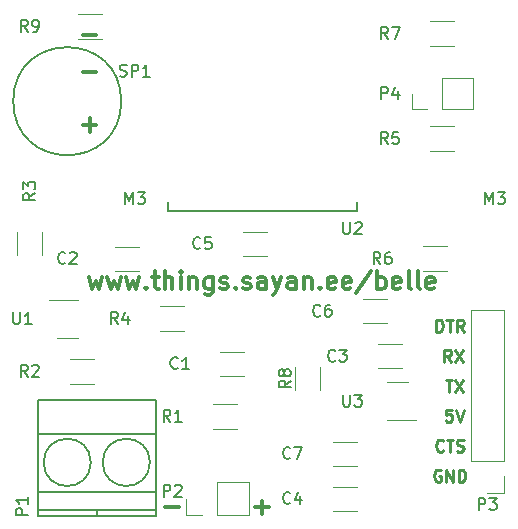
<source format=gbr>
G04 #@! TF.FileFunction,Legend,Top*
%FSLAX46Y46*%
G04 Gerber Fmt 4.6, Leading zero omitted, Abs format (unit mm)*
G04 Created by KiCad (PCBNEW 4.0.5) date 2017 August 22, Tuesday 06:05:51*
%MOMM*%
%LPD*%
G01*
G04 APERTURE LIST*
%ADD10C,0.100000*%
%ADD11C,0.300000*%
%ADD12C,0.250000*%
%ADD13C,0.152400*%
%ADD14C,0.150000*%
%ADD15C,0.120000*%
G04 APERTURE END LIST*
D10*
D11*
X159448572Y-89642143D02*
X160591429Y-89642143D01*
X159448572Y-86467143D02*
X160591429Y-86467143D01*
X159448572Y-94087143D02*
X160591429Y-94087143D01*
X160020000Y-94658571D02*
X160020000Y-93515714D01*
X159946428Y-106993571D02*
X160232142Y-107993571D01*
X160517856Y-107279286D01*
X160803571Y-107993571D01*
X161089285Y-106993571D01*
X161517857Y-106993571D02*
X161803571Y-107993571D01*
X162089285Y-107279286D01*
X162375000Y-107993571D01*
X162660714Y-106993571D01*
X163089286Y-106993571D02*
X163375000Y-107993571D01*
X163660714Y-107279286D01*
X163946429Y-107993571D01*
X164232143Y-106993571D01*
X164803572Y-107850714D02*
X164875000Y-107922143D01*
X164803572Y-107993571D01*
X164732143Y-107922143D01*
X164803572Y-107850714D01*
X164803572Y-107993571D01*
X165303572Y-106993571D02*
X165875001Y-106993571D01*
X165517858Y-106493571D02*
X165517858Y-107779286D01*
X165589286Y-107922143D01*
X165732144Y-107993571D01*
X165875001Y-107993571D01*
X166375001Y-107993571D02*
X166375001Y-106493571D01*
X167017858Y-107993571D02*
X167017858Y-107207857D01*
X166946429Y-107065000D01*
X166803572Y-106993571D01*
X166589287Y-106993571D01*
X166446429Y-107065000D01*
X166375001Y-107136429D01*
X167732144Y-107993571D02*
X167732144Y-106993571D01*
X167732144Y-106493571D02*
X167660715Y-106565000D01*
X167732144Y-106636429D01*
X167803572Y-106565000D01*
X167732144Y-106493571D01*
X167732144Y-106636429D01*
X168446430Y-106993571D02*
X168446430Y-107993571D01*
X168446430Y-107136429D02*
X168517858Y-107065000D01*
X168660716Y-106993571D01*
X168875001Y-106993571D01*
X169017858Y-107065000D01*
X169089287Y-107207857D01*
X169089287Y-107993571D01*
X170446430Y-106993571D02*
X170446430Y-108207857D01*
X170375001Y-108350714D01*
X170303573Y-108422143D01*
X170160716Y-108493571D01*
X169946430Y-108493571D01*
X169803573Y-108422143D01*
X170446430Y-107922143D02*
X170303573Y-107993571D01*
X170017859Y-107993571D01*
X169875001Y-107922143D01*
X169803573Y-107850714D01*
X169732144Y-107707857D01*
X169732144Y-107279286D01*
X169803573Y-107136429D01*
X169875001Y-107065000D01*
X170017859Y-106993571D01*
X170303573Y-106993571D01*
X170446430Y-107065000D01*
X171089287Y-107922143D02*
X171232144Y-107993571D01*
X171517859Y-107993571D01*
X171660716Y-107922143D01*
X171732144Y-107779286D01*
X171732144Y-107707857D01*
X171660716Y-107565000D01*
X171517859Y-107493571D01*
X171303573Y-107493571D01*
X171160716Y-107422143D01*
X171089287Y-107279286D01*
X171089287Y-107207857D01*
X171160716Y-107065000D01*
X171303573Y-106993571D01*
X171517859Y-106993571D01*
X171660716Y-107065000D01*
X172375002Y-107850714D02*
X172446430Y-107922143D01*
X172375002Y-107993571D01*
X172303573Y-107922143D01*
X172375002Y-107850714D01*
X172375002Y-107993571D01*
X173017859Y-107922143D02*
X173160716Y-107993571D01*
X173446431Y-107993571D01*
X173589288Y-107922143D01*
X173660716Y-107779286D01*
X173660716Y-107707857D01*
X173589288Y-107565000D01*
X173446431Y-107493571D01*
X173232145Y-107493571D01*
X173089288Y-107422143D01*
X173017859Y-107279286D01*
X173017859Y-107207857D01*
X173089288Y-107065000D01*
X173232145Y-106993571D01*
X173446431Y-106993571D01*
X173589288Y-107065000D01*
X174946431Y-107993571D02*
X174946431Y-107207857D01*
X174875002Y-107065000D01*
X174732145Y-106993571D01*
X174446431Y-106993571D01*
X174303574Y-107065000D01*
X174946431Y-107922143D02*
X174803574Y-107993571D01*
X174446431Y-107993571D01*
X174303574Y-107922143D01*
X174232145Y-107779286D01*
X174232145Y-107636429D01*
X174303574Y-107493571D01*
X174446431Y-107422143D01*
X174803574Y-107422143D01*
X174946431Y-107350714D01*
X175517860Y-106993571D02*
X175875003Y-107993571D01*
X176232145Y-106993571D02*
X175875003Y-107993571D01*
X175732145Y-108350714D01*
X175660717Y-108422143D01*
X175517860Y-108493571D01*
X177446431Y-107993571D02*
X177446431Y-107207857D01*
X177375002Y-107065000D01*
X177232145Y-106993571D01*
X176946431Y-106993571D01*
X176803574Y-107065000D01*
X177446431Y-107922143D02*
X177303574Y-107993571D01*
X176946431Y-107993571D01*
X176803574Y-107922143D01*
X176732145Y-107779286D01*
X176732145Y-107636429D01*
X176803574Y-107493571D01*
X176946431Y-107422143D01*
X177303574Y-107422143D01*
X177446431Y-107350714D01*
X178160717Y-106993571D02*
X178160717Y-107993571D01*
X178160717Y-107136429D02*
X178232145Y-107065000D01*
X178375003Y-106993571D01*
X178589288Y-106993571D01*
X178732145Y-107065000D01*
X178803574Y-107207857D01*
X178803574Y-107993571D01*
X179517860Y-107850714D02*
X179589288Y-107922143D01*
X179517860Y-107993571D01*
X179446431Y-107922143D01*
X179517860Y-107850714D01*
X179517860Y-107993571D01*
X180803574Y-107922143D02*
X180660717Y-107993571D01*
X180375003Y-107993571D01*
X180232146Y-107922143D01*
X180160717Y-107779286D01*
X180160717Y-107207857D01*
X180232146Y-107065000D01*
X180375003Y-106993571D01*
X180660717Y-106993571D01*
X180803574Y-107065000D01*
X180875003Y-107207857D01*
X180875003Y-107350714D01*
X180160717Y-107493571D01*
X182089288Y-107922143D02*
X181946431Y-107993571D01*
X181660717Y-107993571D01*
X181517860Y-107922143D01*
X181446431Y-107779286D01*
X181446431Y-107207857D01*
X181517860Y-107065000D01*
X181660717Y-106993571D01*
X181946431Y-106993571D01*
X182089288Y-107065000D01*
X182160717Y-107207857D01*
X182160717Y-107350714D01*
X181446431Y-107493571D01*
X183875002Y-106422143D02*
X182589288Y-108350714D01*
X184375003Y-107993571D02*
X184375003Y-106493571D01*
X184375003Y-107065000D02*
X184517860Y-106993571D01*
X184803574Y-106993571D01*
X184946431Y-107065000D01*
X185017860Y-107136429D01*
X185089289Y-107279286D01*
X185089289Y-107707857D01*
X185017860Y-107850714D01*
X184946431Y-107922143D01*
X184803574Y-107993571D01*
X184517860Y-107993571D01*
X184375003Y-107922143D01*
X186303574Y-107922143D02*
X186160717Y-107993571D01*
X185875003Y-107993571D01*
X185732146Y-107922143D01*
X185660717Y-107779286D01*
X185660717Y-107207857D01*
X185732146Y-107065000D01*
X185875003Y-106993571D01*
X186160717Y-106993571D01*
X186303574Y-107065000D01*
X186375003Y-107207857D01*
X186375003Y-107350714D01*
X185660717Y-107493571D01*
X187232146Y-107993571D02*
X187089288Y-107922143D01*
X187017860Y-107779286D01*
X187017860Y-106493571D01*
X188017860Y-107993571D02*
X187875002Y-107922143D01*
X187803574Y-107779286D01*
X187803574Y-106493571D01*
X189160716Y-107922143D02*
X189017859Y-107993571D01*
X188732145Y-107993571D01*
X188589288Y-107922143D01*
X188517859Y-107779286D01*
X188517859Y-107207857D01*
X188589288Y-107065000D01*
X188732145Y-106993571D01*
X189017859Y-106993571D01*
X189160716Y-107065000D01*
X189232145Y-107207857D01*
X189232145Y-107350714D01*
X188517859Y-107493571D01*
X174053572Y-126472143D02*
X175196429Y-126472143D01*
X174625000Y-127043571D02*
X174625000Y-125900714D01*
X167576428Y-126472143D02*
X166433571Y-126472143D01*
D12*
X190627143Y-114117381D02*
X190293809Y-113641190D01*
X190055714Y-114117381D02*
X190055714Y-113117381D01*
X190436667Y-113117381D01*
X190531905Y-113165000D01*
X190579524Y-113212619D01*
X190627143Y-113307857D01*
X190627143Y-113450714D01*
X190579524Y-113545952D01*
X190531905Y-113593571D01*
X190436667Y-113641190D01*
X190055714Y-113641190D01*
X190960476Y-113117381D02*
X191627143Y-114117381D01*
X191627143Y-113117381D02*
X190960476Y-114117381D01*
X189357143Y-111577381D02*
X189357143Y-110577381D01*
X189595238Y-110577381D01*
X189738096Y-110625000D01*
X189833334Y-110720238D01*
X189880953Y-110815476D01*
X189928572Y-111005952D01*
X189928572Y-111148810D01*
X189880953Y-111339286D01*
X189833334Y-111434524D01*
X189738096Y-111529762D01*
X189595238Y-111577381D01*
X189357143Y-111577381D01*
X190214286Y-110577381D02*
X190785715Y-110577381D01*
X190500000Y-111577381D02*
X190500000Y-110577381D01*
X191690477Y-111577381D02*
X191357143Y-111101190D01*
X191119048Y-111577381D02*
X191119048Y-110577381D01*
X191500001Y-110577381D01*
X191595239Y-110625000D01*
X191642858Y-110672619D01*
X191690477Y-110767857D01*
X191690477Y-110910714D01*
X191642858Y-111005952D01*
X191595239Y-111053571D01*
X191500001Y-111101190D01*
X191119048Y-111101190D01*
X190150952Y-115657381D02*
X190722381Y-115657381D01*
X190436666Y-116657381D02*
X190436666Y-115657381D01*
X190960476Y-115657381D02*
X191627143Y-116657381D01*
X191627143Y-115657381D02*
X190960476Y-116657381D01*
X190674762Y-118197381D02*
X190198571Y-118197381D01*
X190150952Y-118673571D01*
X190198571Y-118625952D01*
X190293809Y-118578333D01*
X190531905Y-118578333D01*
X190627143Y-118625952D01*
X190674762Y-118673571D01*
X190722381Y-118768810D01*
X190722381Y-119006905D01*
X190674762Y-119102143D01*
X190627143Y-119149762D01*
X190531905Y-119197381D01*
X190293809Y-119197381D01*
X190198571Y-119149762D01*
X190150952Y-119102143D01*
X191008095Y-118197381D02*
X191341428Y-119197381D01*
X191674762Y-118197381D01*
X189952381Y-121642143D02*
X189904762Y-121689762D01*
X189761905Y-121737381D01*
X189666667Y-121737381D01*
X189523809Y-121689762D01*
X189428571Y-121594524D01*
X189380952Y-121499286D01*
X189333333Y-121308810D01*
X189333333Y-121165952D01*
X189380952Y-120975476D01*
X189428571Y-120880238D01*
X189523809Y-120785000D01*
X189666667Y-120737381D01*
X189761905Y-120737381D01*
X189904762Y-120785000D01*
X189952381Y-120832619D01*
X190238095Y-120737381D02*
X190809524Y-120737381D01*
X190523809Y-121737381D02*
X190523809Y-120737381D01*
X191095238Y-121689762D02*
X191238095Y-121737381D01*
X191476191Y-121737381D01*
X191571429Y-121689762D01*
X191619048Y-121642143D01*
X191666667Y-121546905D01*
X191666667Y-121451667D01*
X191619048Y-121356429D01*
X191571429Y-121308810D01*
X191476191Y-121261190D01*
X191285714Y-121213571D01*
X191190476Y-121165952D01*
X191142857Y-121118333D01*
X191095238Y-121023095D01*
X191095238Y-120927857D01*
X191142857Y-120832619D01*
X191190476Y-120785000D01*
X191285714Y-120737381D01*
X191523810Y-120737381D01*
X191666667Y-120785000D01*
X189738096Y-123325000D02*
X189642858Y-123277381D01*
X189500001Y-123277381D01*
X189357143Y-123325000D01*
X189261905Y-123420238D01*
X189214286Y-123515476D01*
X189166667Y-123705952D01*
X189166667Y-123848810D01*
X189214286Y-124039286D01*
X189261905Y-124134524D01*
X189357143Y-124229762D01*
X189500001Y-124277381D01*
X189595239Y-124277381D01*
X189738096Y-124229762D01*
X189785715Y-124182143D01*
X189785715Y-123848810D01*
X189595239Y-123848810D01*
X190214286Y-124277381D02*
X190214286Y-123277381D01*
X190785715Y-124277381D01*
X190785715Y-123277381D01*
X191261905Y-124277381D02*
X191261905Y-123277381D01*
X191500000Y-123277381D01*
X191642858Y-123325000D01*
X191738096Y-123420238D01*
X191785715Y-123515476D01*
X191833334Y-123705952D01*
X191833334Y-123848810D01*
X191785715Y-124039286D01*
X191738096Y-124134524D01*
X191642858Y-124229762D01*
X191500000Y-124277381D01*
X191261905Y-124277381D01*
D13*
X166624000Y-100584000D02*
X166624000Y-101346000D01*
X166624000Y-101346000D02*
X182626000Y-101346000D01*
X182626000Y-101346000D02*
X182626000Y-100584000D01*
D14*
X162687000Y-92075000D02*
G75*
G03X162687000Y-92075000I-4572000J0D01*
G01*
D15*
X173085000Y-113280000D02*
X171085000Y-113280000D01*
X171085000Y-115320000D02*
X173085000Y-115320000D01*
X164195000Y-104390000D02*
X162195000Y-104390000D01*
X162195000Y-106430000D02*
X164195000Y-106430000D01*
D14*
X160615000Y-126655000D02*
X160615000Y-127155000D01*
X165115000Y-122655000D02*
G75*
G03X165115000Y-122655000I-2000000J0D01*
G01*
X160115000Y-122655000D02*
G75*
G03X160115000Y-122655000I-2000000J0D01*
G01*
X155615000Y-125155000D02*
X165615000Y-125155000D01*
X155615000Y-120255000D02*
X165615000Y-120255000D01*
X155615000Y-126655000D02*
X165615000Y-126655000D01*
X155615000Y-127155000D02*
X165615000Y-127155000D01*
X165615000Y-127155000D02*
X165615000Y-117355000D01*
X165615000Y-117355000D02*
X155615000Y-117355000D01*
X155615000Y-117355000D02*
X155615000Y-127155000D01*
D15*
X170815000Y-127120000D02*
X173475000Y-127120000D01*
X173475000Y-127120000D02*
X173475000Y-124340000D01*
X173475000Y-124340000D02*
X170815000Y-124340000D01*
X170815000Y-124340000D02*
X170815000Y-127120000D01*
X169545000Y-127120000D02*
X168155000Y-127120000D01*
X168155000Y-127120000D02*
X168155000Y-125730000D01*
X195065000Y-122555000D02*
X195065000Y-109735000D01*
X195065000Y-109735000D02*
X192285000Y-109735000D01*
X192285000Y-109735000D02*
X192285000Y-122555000D01*
X192285000Y-122555000D02*
X195065000Y-122555000D01*
X195065000Y-123825000D02*
X195065000Y-125215000D01*
X195065000Y-125215000D02*
X193675000Y-125215000D01*
X170450000Y-117675000D02*
X172450000Y-117675000D01*
X172450000Y-119815000D02*
X170450000Y-119815000D01*
X160385000Y-116005000D02*
X158385000Y-116005000D01*
X158385000Y-113865000D02*
X160385000Y-113865000D01*
X153870000Y-105140000D02*
X153870000Y-103140000D01*
X156010000Y-103140000D02*
X156010000Y-105140000D01*
X166005000Y-109420000D02*
X168005000Y-109420000D01*
X168005000Y-111560000D02*
X166005000Y-111560000D01*
X190865000Y-96320000D02*
X188865000Y-96320000D01*
X188865000Y-94180000D02*
X190865000Y-94180000D01*
X188230000Y-104340000D02*
X190230000Y-104340000D01*
X190230000Y-106480000D02*
X188230000Y-106480000D01*
X188865000Y-85290000D02*
X190865000Y-85290000D01*
X190865000Y-87430000D02*
X188865000Y-87430000D01*
X157215000Y-112100000D02*
X159015000Y-112100000D01*
X159015000Y-108880000D02*
X156565000Y-108880000D01*
X186955000Y-115865000D02*
X185155000Y-115865000D01*
X185155000Y-119085000D02*
X187605000Y-119085000D01*
X186420000Y-112645000D02*
X184420000Y-112645000D01*
X184420000Y-114685000D02*
X186420000Y-114685000D01*
X180610000Y-126750000D02*
X182610000Y-126750000D01*
X182610000Y-124710000D02*
X180610000Y-124710000D01*
X172990000Y-105160000D02*
X174990000Y-105160000D01*
X174990000Y-103120000D02*
X172990000Y-103120000D01*
X185150000Y-108835000D02*
X183150000Y-108835000D01*
X183150000Y-110875000D02*
X185150000Y-110875000D01*
X180610000Y-122940000D02*
X182610000Y-122940000D01*
X182610000Y-120900000D02*
X180610000Y-120900000D01*
X189865000Y-92770000D02*
X192465000Y-92770000D01*
X192465000Y-92770000D02*
X192465000Y-90110000D01*
X192465000Y-90110000D02*
X189865000Y-90110000D01*
X189865000Y-90110000D02*
X189865000Y-92770000D01*
X188595000Y-92770000D02*
X187265000Y-92770000D01*
X187265000Y-92770000D02*
X187265000Y-91440000D01*
X179505000Y-114570000D02*
X179505000Y-116570000D01*
X177365000Y-116570000D02*
X177365000Y-114570000D01*
X159020000Y-84655000D02*
X161020000Y-84655000D01*
X161020000Y-86795000D02*
X159020000Y-86795000D01*
D14*
X181483095Y-102322381D02*
X181483095Y-103131905D01*
X181530714Y-103227143D01*
X181578333Y-103274762D01*
X181673571Y-103322381D01*
X181864048Y-103322381D01*
X181959286Y-103274762D01*
X182006905Y-103227143D01*
X182054524Y-103131905D01*
X182054524Y-102322381D01*
X182483095Y-102417619D02*
X182530714Y-102370000D01*
X182625952Y-102322381D01*
X182864048Y-102322381D01*
X182959286Y-102370000D01*
X183006905Y-102417619D01*
X183054524Y-102512857D01*
X183054524Y-102608095D01*
X183006905Y-102750952D01*
X182435476Y-103322381D01*
X183054524Y-103322381D01*
X162568095Y-89939762D02*
X162710952Y-89987381D01*
X162949048Y-89987381D01*
X163044286Y-89939762D01*
X163091905Y-89892143D01*
X163139524Y-89796905D01*
X163139524Y-89701667D01*
X163091905Y-89606429D01*
X163044286Y-89558810D01*
X162949048Y-89511190D01*
X162758571Y-89463571D01*
X162663333Y-89415952D01*
X162615714Y-89368333D01*
X162568095Y-89273095D01*
X162568095Y-89177857D01*
X162615714Y-89082619D01*
X162663333Y-89035000D01*
X162758571Y-88987381D01*
X162996667Y-88987381D01*
X163139524Y-89035000D01*
X163568095Y-89987381D02*
X163568095Y-88987381D01*
X163949048Y-88987381D01*
X164044286Y-89035000D01*
X164091905Y-89082619D01*
X164139524Y-89177857D01*
X164139524Y-89320714D01*
X164091905Y-89415952D01*
X164044286Y-89463571D01*
X163949048Y-89511190D01*
X163568095Y-89511190D01*
X165091905Y-89987381D02*
X164520476Y-89987381D01*
X164806190Y-89987381D02*
X164806190Y-88987381D01*
X164710952Y-89130238D01*
X164615714Y-89225476D01*
X164520476Y-89273095D01*
X167473334Y-114657143D02*
X167425715Y-114704762D01*
X167282858Y-114752381D01*
X167187620Y-114752381D01*
X167044762Y-114704762D01*
X166949524Y-114609524D01*
X166901905Y-114514286D01*
X166854286Y-114323810D01*
X166854286Y-114180952D01*
X166901905Y-113990476D01*
X166949524Y-113895238D01*
X167044762Y-113800000D01*
X167187620Y-113752381D01*
X167282858Y-113752381D01*
X167425715Y-113800000D01*
X167473334Y-113847619D01*
X168425715Y-114752381D02*
X167854286Y-114752381D01*
X168140000Y-114752381D02*
X168140000Y-113752381D01*
X168044762Y-113895238D01*
X167949524Y-113990476D01*
X167854286Y-114038095D01*
X157948334Y-105767143D02*
X157900715Y-105814762D01*
X157757858Y-105862381D01*
X157662620Y-105862381D01*
X157519762Y-105814762D01*
X157424524Y-105719524D01*
X157376905Y-105624286D01*
X157329286Y-105433810D01*
X157329286Y-105290952D01*
X157376905Y-105100476D01*
X157424524Y-105005238D01*
X157519762Y-104910000D01*
X157662620Y-104862381D01*
X157757858Y-104862381D01*
X157900715Y-104910000D01*
X157948334Y-104957619D01*
X158329286Y-104957619D02*
X158376905Y-104910000D01*
X158472143Y-104862381D01*
X158710239Y-104862381D01*
X158805477Y-104910000D01*
X158853096Y-104957619D01*
X158900715Y-105052857D01*
X158900715Y-105148095D01*
X158853096Y-105290952D01*
X158281667Y-105862381D01*
X158900715Y-105862381D01*
X154757381Y-127103095D02*
X153757381Y-127103095D01*
X153757381Y-126722142D01*
X153805000Y-126626904D01*
X153852619Y-126579285D01*
X153947857Y-126531666D01*
X154090714Y-126531666D01*
X154185952Y-126579285D01*
X154233571Y-126626904D01*
X154281190Y-126722142D01*
X154281190Y-127103095D01*
X154757381Y-125579285D02*
X154757381Y-126150714D01*
X154757381Y-125865000D02*
X153757381Y-125865000D01*
X153900238Y-125960238D01*
X153995476Y-126055476D01*
X154043095Y-126150714D01*
X166266905Y-125547381D02*
X166266905Y-124547381D01*
X166647858Y-124547381D01*
X166743096Y-124595000D01*
X166790715Y-124642619D01*
X166838334Y-124737857D01*
X166838334Y-124880714D01*
X166790715Y-124975952D01*
X166743096Y-125023571D01*
X166647858Y-125071190D01*
X166266905Y-125071190D01*
X167219286Y-124642619D02*
X167266905Y-124595000D01*
X167362143Y-124547381D01*
X167600239Y-124547381D01*
X167695477Y-124595000D01*
X167743096Y-124642619D01*
X167790715Y-124737857D01*
X167790715Y-124833095D01*
X167743096Y-124975952D01*
X167171667Y-125547381D01*
X167790715Y-125547381D01*
X192936905Y-126667381D02*
X192936905Y-125667381D01*
X193317858Y-125667381D01*
X193413096Y-125715000D01*
X193460715Y-125762619D01*
X193508334Y-125857857D01*
X193508334Y-126000714D01*
X193460715Y-126095952D01*
X193413096Y-126143571D01*
X193317858Y-126191190D01*
X192936905Y-126191190D01*
X193841667Y-125667381D02*
X194460715Y-125667381D01*
X194127381Y-126048333D01*
X194270239Y-126048333D01*
X194365477Y-126095952D01*
X194413096Y-126143571D01*
X194460715Y-126238810D01*
X194460715Y-126476905D01*
X194413096Y-126572143D01*
X194365477Y-126619762D01*
X194270239Y-126667381D01*
X193984524Y-126667381D01*
X193889286Y-126619762D01*
X193841667Y-126572143D01*
X166838334Y-119197381D02*
X166505000Y-118721190D01*
X166266905Y-119197381D02*
X166266905Y-118197381D01*
X166647858Y-118197381D01*
X166743096Y-118245000D01*
X166790715Y-118292619D01*
X166838334Y-118387857D01*
X166838334Y-118530714D01*
X166790715Y-118625952D01*
X166743096Y-118673571D01*
X166647858Y-118721190D01*
X166266905Y-118721190D01*
X167790715Y-119197381D02*
X167219286Y-119197381D01*
X167505000Y-119197381D02*
X167505000Y-118197381D01*
X167409762Y-118340238D01*
X167314524Y-118435476D01*
X167219286Y-118483095D01*
X154773334Y-115387381D02*
X154440000Y-114911190D01*
X154201905Y-115387381D02*
X154201905Y-114387381D01*
X154582858Y-114387381D01*
X154678096Y-114435000D01*
X154725715Y-114482619D01*
X154773334Y-114577857D01*
X154773334Y-114720714D01*
X154725715Y-114815952D01*
X154678096Y-114863571D01*
X154582858Y-114911190D01*
X154201905Y-114911190D01*
X155154286Y-114482619D02*
X155201905Y-114435000D01*
X155297143Y-114387381D01*
X155535239Y-114387381D01*
X155630477Y-114435000D01*
X155678096Y-114482619D01*
X155725715Y-114577857D01*
X155725715Y-114673095D01*
X155678096Y-114815952D01*
X155106667Y-115387381D01*
X155725715Y-115387381D01*
X155392381Y-99861666D02*
X154916190Y-100195000D01*
X155392381Y-100433095D02*
X154392381Y-100433095D01*
X154392381Y-100052142D01*
X154440000Y-99956904D01*
X154487619Y-99909285D01*
X154582857Y-99861666D01*
X154725714Y-99861666D01*
X154820952Y-99909285D01*
X154868571Y-99956904D01*
X154916190Y-100052142D01*
X154916190Y-100433095D01*
X154392381Y-99528333D02*
X154392381Y-98909285D01*
X154773333Y-99242619D01*
X154773333Y-99099761D01*
X154820952Y-99004523D01*
X154868571Y-98956904D01*
X154963810Y-98909285D01*
X155201905Y-98909285D01*
X155297143Y-98956904D01*
X155344762Y-99004523D01*
X155392381Y-99099761D01*
X155392381Y-99385476D01*
X155344762Y-99480714D01*
X155297143Y-99528333D01*
X162393334Y-110942381D02*
X162060000Y-110466190D01*
X161821905Y-110942381D02*
X161821905Y-109942381D01*
X162202858Y-109942381D01*
X162298096Y-109990000D01*
X162345715Y-110037619D01*
X162393334Y-110132857D01*
X162393334Y-110275714D01*
X162345715Y-110370952D01*
X162298096Y-110418571D01*
X162202858Y-110466190D01*
X161821905Y-110466190D01*
X163250477Y-110275714D02*
X163250477Y-110942381D01*
X163012381Y-109894762D02*
X162774286Y-110609048D01*
X163393334Y-110609048D01*
X185253334Y-95702381D02*
X184920000Y-95226190D01*
X184681905Y-95702381D02*
X184681905Y-94702381D01*
X185062858Y-94702381D01*
X185158096Y-94750000D01*
X185205715Y-94797619D01*
X185253334Y-94892857D01*
X185253334Y-95035714D01*
X185205715Y-95130952D01*
X185158096Y-95178571D01*
X185062858Y-95226190D01*
X184681905Y-95226190D01*
X186158096Y-94702381D02*
X185681905Y-94702381D01*
X185634286Y-95178571D01*
X185681905Y-95130952D01*
X185777143Y-95083333D01*
X186015239Y-95083333D01*
X186110477Y-95130952D01*
X186158096Y-95178571D01*
X186205715Y-95273810D01*
X186205715Y-95511905D01*
X186158096Y-95607143D01*
X186110477Y-95654762D01*
X186015239Y-95702381D01*
X185777143Y-95702381D01*
X185681905Y-95654762D01*
X185634286Y-95607143D01*
X184618334Y-105862381D02*
X184285000Y-105386190D01*
X184046905Y-105862381D02*
X184046905Y-104862381D01*
X184427858Y-104862381D01*
X184523096Y-104910000D01*
X184570715Y-104957619D01*
X184618334Y-105052857D01*
X184618334Y-105195714D01*
X184570715Y-105290952D01*
X184523096Y-105338571D01*
X184427858Y-105386190D01*
X184046905Y-105386190D01*
X185475477Y-104862381D02*
X185285000Y-104862381D01*
X185189762Y-104910000D01*
X185142143Y-104957619D01*
X185046905Y-105100476D01*
X184999286Y-105290952D01*
X184999286Y-105671905D01*
X185046905Y-105767143D01*
X185094524Y-105814762D01*
X185189762Y-105862381D01*
X185380239Y-105862381D01*
X185475477Y-105814762D01*
X185523096Y-105767143D01*
X185570715Y-105671905D01*
X185570715Y-105433810D01*
X185523096Y-105338571D01*
X185475477Y-105290952D01*
X185380239Y-105243333D01*
X185189762Y-105243333D01*
X185094524Y-105290952D01*
X185046905Y-105338571D01*
X184999286Y-105433810D01*
X185253334Y-86812381D02*
X184920000Y-86336190D01*
X184681905Y-86812381D02*
X184681905Y-85812381D01*
X185062858Y-85812381D01*
X185158096Y-85860000D01*
X185205715Y-85907619D01*
X185253334Y-86002857D01*
X185253334Y-86145714D01*
X185205715Y-86240952D01*
X185158096Y-86288571D01*
X185062858Y-86336190D01*
X184681905Y-86336190D01*
X185586667Y-85812381D02*
X186253334Y-85812381D01*
X185824762Y-86812381D01*
X153543095Y-109942381D02*
X153543095Y-110751905D01*
X153590714Y-110847143D01*
X153638333Y-110894762D01*
X153733571Y-110942381D01*
X153924048Y-110942381D01*
X154019286Y-110894762D01*
X154066905Y-110847143D01*
X154114524Y-110751905D01*
X154114524Y-109942381D01*
X155114524Y-110942381D02*
X154543095Y-110942381D01*
X154828809Y-110942381D02*
X154828809Y-109942381D01*
X154733571Y-110085238D01*
X154638333Y-110180476D01*
X154543095Y-110228095D01*
X181483095Y-116927381D02*
X181483095Y-117736905D01*
X181530714Y-117832143D01*
X181578333Y-117879762D01*
X181673571Y-117927381D01*
X181864048Y-117927381D01*
X181959286Y-117879762D01*
X182006905Y-117832143D01*
X182054524Y-117736905D01*
X182054524Y-116927381D01*
X182435476Y-116927381D02*
X183054524Y-116927381D01*
X182721190Y-117308333D01*
X182864048Y-117308333D01*
X182959286Y-117355952D01*
X183006905Y-117403571D01*
X183054524Y-117498810D01*
X183054524Y-117736905D01*
X183006905Y-117832143D01*
X182959286Y-117879762D01*
X182864048Y-117927381D01*
X182578333Y-117927381D01*
X182483095Y-117879762D01*
X182435476Y-117832143D01*
X180808334Y-114022143D02*
X180760715Y-114069762D01*
X180617858Y-114117381D01*
X180522620Y-114117381D01*
X180379762Y-114069762D01*
X180284524Y-113974524D01*
X180236905Y-113879286D01*
X180189286Y-113688810D01*
X180189286Y-113545952D01*
X180236905Y-113355476D01*
X180284524Y-113260238D01*
X180379762Y-113165000D01*
X180522620Y-113117381D01*
X180617858Y-113117381D01*
X180760715Y-113165000D01*
X180808334Y-113212619D01*
X181141667Y-113117381D02*
X181760715Y-113117381D01*
X181427381Y-113498333D01*
X181570239Y-113498333D01*
X181665477Y-113545952D01*
X181713096Y-113593571D01*
X181760715Y-113688810D01*
X181760715Y-113926905D01*
X181713096Y-114022143D01*
X181665477Y-114069762D01*
X181570239Y-114117381D01*
X181284524Y-114117381D01*
X181189286Y-114069762D01*
X181141667Y-114022143D01*
X176998334Y-126087143D02*
X176950715Y-126134762D01*
X176807858Y-126182381D01*
X176712620Y-126182381D01*
X176569762Y-126134762D01*
X176474524Y-126039524D01*
X176426905Y-125944286D01*
X176379286Y-125753810D01*
X176379286Y-125610952D01*
X176426905Y-125420476D01*
X176474524Y-125325238D01*
X176569762Y-125230000D01*
X176712620Y-125182381D01*
X176807858Y-125182381D01*
X176950715Y-125230000D01*
X176998334Y-125277619D01*
X177855477Y-125515714D02*
X177855477Y-126182381D01*
X177617381Y-125134762D02*
X177379286Y-125849048D01*
X177998334Y-125849048D01*
X169378334Y-104497143D02*
X169330715Y-104544762D01*
X169187858Y-104592381D01*
X169092620Y-104592381D01*
X168949762Y-104544762D01*
X168854524Y-104449524D01*
X168806905Y-104354286D01*
X168759286Y-104163810D01*
X168759286Y-104020952D01*
X168806905Y-103830476D01*
X168854524Y-103735238D01*
X168949762Y-103640000D01*
X169092620Y-103592381D01*
X169187858Y-103592381D01*
X169330715Y-103640000D01*
X169378334Y-103687619D01*
X170283096Y-103592381D02*
X169806905Y-103592381D01*
X169759286Y-104068571D01*
X169806905Y-104020952D01*
X169902143Y-103973333D01*
X170140239Y-103973333D01*
X170235477Y-104020952D01*
X170283096Y-104068571D01*
X170330715Y-104163810D01*
X170330715Y-104401905D01*
X170283096Y-104497143D01*
X170235477Y-104544762D01*
X170140239Y-104592381D01*
X169902143Y-104592381D01*
X169806905Y-104544762D01*
X169759286Y-104497143D01*
X179538334Y-110212143D02*
X179490715Y-110259762D01*
X179347858Y-110307381D01*
X179252620Y-110307381D01*
X179109762Y-110259762D01*
X179014524Y-110164524D01*
X178966905Y-110069286D01*
X178919286Y-109878810D01*
X178919286Y-109735952D01*
X178966905Y-109545476D01*
X179014524Y-109450238D01*
X179109762Y-109355000D01*
X179252620Y-109307381D01*
X179347858Y-109307381D01*
X179490715Y-109355000D01*
X179538334Y-109402619D01*
X180395477Y-109307381D02*
X180205000Y-109307381D01*
X180109762Y-109355000D01*
X180062143Y-109402619D01*
X179966905Y-109545476D01*
X179919286Y-109735952D01*
X179919286Y-110116905D01*
X179966905Y-110212143D01*
X180014524Y-110259762D01*
X180109762Y-110307381D01*
X180300239Y-110307381D01*
X180395477Y-110259762D01*
X180443096Y-110212143D01*
X180490715Y-110116905D01*
X180490715Y-109878810D01*
X180443096Y-109783571D01*
X180395477Y-109735952D01*
X180300239Y-109688333D01*
X180109762Y-109688333D01*
X180014524Y-109735952D01*
X179966905Y-109783571D01*
X179919286Y-109878810D01*
X176998334Y-122277143D02*
X176950715Y-122324762D01*
X176807858Y-122372381D01*
X176712620Y-122372381D01*
X176569762Y-122324762D01*
X176474524Y-122229524D01*
X176426905Y-122134286D01*
X176379286Y-121943810D01*
X176379286Y-121800952D01*
X176426905Y-121610476D01*
X176474524Y-121515238D01*
X176569762Y-121420000D01*
X176712620Y-121372381D01*
X176807858Y-121372381D01*
X176950715Y-121420000D01*
X176998334Y-121467619D01*
X177331667Y-121372381D02*
X177998334Y-121372381D01*
X177569762Y-122372381D01*
X184681905Y-91892381D02*
X184681905Y-90892381D01*
X185062858Y-90892381D01*
X185158096Y-90940000D01*
X185205715Y-90987619D01*
X185253334Y-91082857D01*
X185253334Y-91225714D01*
X185205715Y-91320952D01*
X185158096Y-91368571D01*
X185062858Y-91416190D01*
X184681905Y-91416190D01*
X186110477Y-91225714D02*
X186110477Y-91892381D01*
X185872381Y-90844762D02*
X185634286Y-91559048D01*
X186253334Y-91559048D01*
X177037381Y-115736666D02*
X176561190Y-116070000D01*
X177037381Y-116308095D02*
X176037381Y-116308095D01*
X176037381Y-115927142D01*
X176085000Y-115831904D01*
X176132619Y-115784285D01*
X176227857Y-115736666D01*
X176370714Y-115736666D01*
X176465952Y-115784285D01*
X176513571Y-115831904D01*
X176561190Y-115927142D01*
X176561190Y-116308095D01*
X176465952Y-115165238D02*
X176418333Y-115260476D01*
X176370714Y-115308095D01*
X176275476Y-115355714D01*
X176227857Y-115355714D01*
X176132619Y-115308095D01*
X176085000Y-115260476D01*
X176037381Y-115165238D01*
X176037381Y-114974761D01*
X176085000Y-114879523D01*
X176132619Y-114831904D01*
X176227857Y-114784285D01*
X176275476Y-114784285D01*
X176370714Y-114831904D01*
X176418333Y-114879523D01*
X176465952Y-114974761D01*
X176465952Y-115165238D01*
X176513571Y-115260476D01*
X176561190Y-115308095D01*
X176656429Y-115355714D01*
X176846905Y-115355714D01*
X176942143Y-115308095D01*
X176989762Y-115260476D01*
X177037381Y-115165238D01*
X177037381Y-114974761D01*
X176989762Y-114879523D01*
X176942143Y-114831904D01*
X176846905Y-114784285D01*
X176656429Y-114784285D01*
X176561190Y-114831904D01*
X176513571Y-114879523D01*
X176465952Y-114974761D01*
X154773334Y-86177381D02*
X154440000Y-85701190D01*
X154201905Y-86177381D02*
X154201905Y-85177381D01*
X154582858Y-85177381D01*
X154678096Y-85225000D01*
X154725715Y-85272619D01*
X154773334Y-85367857D01*
X154773334Y-85510714D01*
X154725715Y-85605952D01*
X154678096Y-85653571D01*
X154582858Y-85701190D01*
X154201905Y-85701190D01*
X155249524Y-86177381D02*
X155440000Y-86177381D01*
X155535239Y-86129762D01*
X155582858Y-86082143D01*
X155678096Y-85939286D01*
X155725715Y-85748810D01*
X155725715Y-85367857D01*
X155678096Y-85272619D01*
X155630477Y-85225000D01*
X155535239Y-85177381D01*
X155344762Y-85177381D01*
X155249524Y-85225000D01*
X155201905Y-85272619D01*
X155154286Y-85367857D01*
X155154286Y-85605952D01*
X155201905Y-85701190D01*
X155249524Y-85748810D01*
X155344762Y-85796429D01*
X155535239Y-85796429D01*
X155630477Y-85748810D01*
X155678096Y-85701190D01*
X155725715Y-85605952D01*
X193500476Y-100782381D02*
X193500476Y-99782381D01*
X193833810Y-100496667D01*
X194167143Y-99782381D01*
X194167143Y-100782381D01*
X194548095Y-99782381D02*
X195167143Y-99782381D01*
X194833809Y-100163333D01*
X194976667Y-100163333D01*
X195071905Y-100210952D01*
X195119524Y-100258571D01*
X195167143Y-100353810D01*
X195167143Y-100591905D01*
X195119524Y-100687143D01*
X195071905Y-100734762D01*
X194976667Y-100782381D01*
X194690952Y-100782381D01*
X194595714Y-100734762D01*
X194548095Y-100687143D01*
X163020476Y-100782381D02*
X163020476Y-99782381D01*
X163353810Y-100496667D01*
X163687143Y-99782381D01*
X163687143Y-100782381D01*
X164068095Y-99782381D02*
X164687143Y-99782381D01*
X164353809Y-100163333D01*
X164496667Y-100163333D01*
X164591905Y-100210952D01*
X164639524Y-100258571D01*
X164687143Y-100353810D01*
X164687143Y-100591905D01*
X164639524Y-100687143D01*
X164591905Y-100734762D01*
X164496667Y-100782381D01*
X164210952Y-100782381D01*
X164115714Y-100734762D01*
X164068095Y-100687143D01*
M02*

</source>
